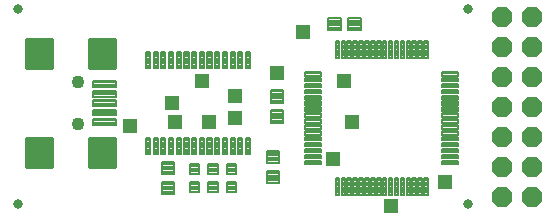
<source format=gts>
G75*
G70*
%OFA0B0*%
%FSLAX24Y24*%
%IPPOS*%
%LPD*%
%AMOC8*
5,1,8,0,0,1.08239X$1,22.5*
%
%ADD10C,0.0316*%
%ADD11C,0.0081*%
%ADD12C,0.0083*%
%ADD13C,0.0080*%
%ADD14OC8,0.0680*%
%ADD15C,0.0081*%
%ADD16C,0.0085*%
%ADD17C,0.0434*%
%ADD18R,0.0476X0.0476*%
D10*
X000631Y000681D03*
X015631Y000681D03*
X015631Y007181D03*
X000631Y007181D03*
D11*
X009453Y004482D02*
X009453Y004050D01*
X009059Y004050D01*
X009059Y004482D01*
X009453Y004482D01*
X009453Y004130D02*
X009059Y004130D01*
X009059Y004210D02*
X009453Y004210D01*
X009453Y004290D02*
X009059Y004290D01*
X009059Y004370D02*
X009453Y004370D01*
X009453Y004450D02*
X009059Y004450D01*
X009453Y003813D02*
X009453Y003381D01*
X009059Y003381D01*
X009059Y003813D01*
X009453Y003813D01*
X009453Y003461D02*
X009059Y003461D01*
X009059Y003541D02*
X009453Y003541D01*
X009453Y003621D02*
X009059Y003621D01*
X009059Y003701D02*
X009453Y003701D01*
X009453Y003781D02*
X009059Y003781D01*
X009347Y002463D02*
X009347Y002069D01*
X008915Y002069D01*
X008915Y002463D01*
X009347Y002463D01*
X009347Y002149D02*
X008915Y002149D01*
X008915Y002229D02*
X009347Y002229D01*
X009347Y002309D02*
X008915Y002309D01*
X008915Y002389D02*
X009347Y002389D01*
X009347Y001794D02*
X009347Y001400D01*
X008915Y001400D01*
X008915Y001794D01*
X009347Y001794D01*
X009347Y001480D02*
X008915Y001480D01*
X008915Y001560D02*
X009347Y001560D01*
X009347Y001640D02*
X008915Y001640D01*
X008915Y001720D02*
X009347Y001720D01*
X005847Y001694D02*
X005847Y002088D01*
X005847Y001694D02*
X005415Y001694D01*
X005415Y002088D01*
X005847Y002088D01*
X005847Y001774D02*
X005415Y001774D01*
X005415Y001854D02*
X005847Y001854D01*
X005847Y001934D02*
X005415Y001934D01*
X005415Y002014D02*
X005847Y002014D01*
X005847Y001419D02*
X005847Y001025D01*
X005415Y001025D01*
X005415Y001419D01*
X005847Y001419D01*
X005847Y001105D02*
X005415Y001105D01*
X005415Y001185D02*
X005847Y001185D01*
X005847Y001265D02*
X005415Y001265D01*
X005415Y001345D02*
X005847Y001345D01*
X010955Y006878D02*
X011387Y006878D01*
X011387Y006484D01*
X010955Y006484D01*
X010955Y006878D01*
X010955Y006564D02*
X011387Y006564D01*
X011387Y006644D02*
X010955Y006644D01*
X010955Y006724D02*
X011387Y006724D01*
X011387Y006804D02*
X010955Y006804D01*
X011625Y006878D02*
X012057Y006878D01*
X012057Y006484D01*
X011625Y006484D01*
X011625Y006878D01*
X011625Y006564D02*
X012057Y006564D01*
X012057Y006644D02*
X011625Y006644D01*
X011625Y006724D02*
X012057Y006724D01*
X012057Y006804D02*
X011625Y006804D01*
D12*
X007912Y001696D02*
X007600Y001696D01*
X007600Y002008D01*
X007912Y002008D01*
X007912Y001696D01*
X007912Y001778D02*
X007600Y001778D01*
X007600Y001860D02*
X007912Y001860D01*
X007912Y001942D02*
X007600Y001942D01*
X007287Y001696D02*
X006975Y001696D01*
X006975Y002008D01*
X007287Y002008D01*
X007287Y001696D01*
X007287Y001778D02*
X006975Y001778D01*
X006975Y001860D02*
X007287Y001860D01*
X007287Y001942D02*
X006975Y001942D01*
X006662Y001696D02*
X006350Y001696D01*
X006350Y002008D01*
X006662Y002008D01*
X006662Y001696D01*
X006662Y001778D02*
X006350Y001778D01*
X006350Y001860D02*
X006662Y001860D01*
X006662Y001942D02*
X006350Y001942D01*
X006350Y001105D02*
X006662Y001105D01*
X006350Y001105D02*
X006350Y001417D01*
X006662Y001417D01*
X006662Y001105D01*
X006662Y001187D02*
X006350Y001187D01*
X006350Y001269D02*
X006662Y001269D01*
X006662Y001351D02*
X006350Y001351D01*
X006975Y001105D02*
X007287Y001105D01*
X006975Y001105D02*
X006975Y001417D01*
X007287Y001417D01*
X007287Y001105D01*
X007287Y001187D02*
X006975Y001187D01*
X006975Y001269D02*
X007287Y001269D01*
X007287Y001351D02*
X006975Y001351D01*
X007600Y001105D02*
X007912Y001105D01*
X007600Y001105D02*
X007600Y001417D01*
X007912Y001417D01*
X007912Y001105D01*
X007912Y001187D02*
X007600Y001187D01*
X007600Y001269D02*
X007912Y001269D01*
X007912Y001351D02*
X007600Y001351D01*
D13*
X007595Y002892D02*
X007459Y002892D01*
X007595Y002892D02*
X007595Y002342D01*
X007459Y002342D01*
X007459Y002892D01*
X007459Y002421D02*
X007595Y002421D01*
X007595Y002500D02*
X007459Y002500D01*
X007459Y002579D02*
X007595Y002579D01*
X007595Y002658D02*
X007459Y002658D01*
X007459Y002737D02*
X007595Y002737D01*
X007595Y002816D02*
X007459Y002816D01*
X007339Y002892D02*
X007203Y002892D01*
X007339Y002892D02*
X007339Y002342D01*
X007203Y002342D01*
X007203Y002892D01*
X007203Y002421D02*
X007339Y002421D01*
X007339Y002500D02*
X007203Y002500D01*
X007203Y002579D02*
X007339Y002579D01*
X007339Y002658D02*
X007203Y002658D01*
X007203Y002737D02*
X007339Y002737D01*
X007339Y002816D02*
X007203Y002816D01*
X007083Y002892D02*
X006947Y002892D01*
X007083Y002892D02*
X007083Y002342D01*
X006947Y002342D01*
X006947Y002892D01*
X006947Y002421D02*
X007083Y002421D01*
X007083Y002500D02*
X006947Y002500D01*
X006947Y002579D02*
X007083Y002579D01*
X007083Y002658D02*
X006947Y002658D01*
X006947Y002737D02*
X007083Y002737D01*
X007083Y002816D02*
X006947Y002816D01*
X006827Y002892D02*
X006691Y002892D01*
X006827Y002892D02*
X006827Y002342D01*
X006691Y002342D01*
X006691Y002892D01*
X006691Y002421D02*
X006827Y002421D01*
X006827Y002500D02*
X006691Y002500D01*
X006691Y002579D02*
X006827Y002579D01*
X006827Y002658D02*
X006691Y002658D01*
X006691Y002737D02*
X006827Y002737D01*
X006827Y002816D02*
X006691Y002816D01*
X006571Y002892D02*
X006435Y002892D01*
X006571Y002892D02*
X006571Y002342D01*
X006435Y002342D01*
X006435Y002892D01*
X006435Y002421D02*
X006571Y002421D01*
X006571Y002500D02*
X006435Y002500D01*
X006435Y002579D02*
X006571Y002579D01*
X006571Y002658D02*
X006435Y002658D01*
X006435Y002737D02*
X006571Y002737D01*
X006571Y002816D02*
X006435Y002816D01*
X006315Y002892D02*
X006179Y002892D01*
X006315Y002892D02*
X006315Y002342D01*
X006179Y002342D01*
X006179Y002892D01*
X006179Y002421D02*
X006315Y002421D01*
X006315Y002500D02*
X006179Y002500D01*
X006179Y002579D02*
X006315Y002579D01*
X006315Y002658D02*
X006179Y002658D01*
X006179Y002737D02*
X006315Y002737D01*
X006315Y002816D02*
X006179Y002816D01*
X006059Y002892D02*
X005923Y002892D01*
X006059Y002892D02*
X006059Y002342D01*
X005923Y002342D01*
X005923Y002892D01*
X005923Y002421D02*
X006059Y002421D01*
X006059Y002500D02*
X005923Y002500D01*
X005923Y002579D02*
X006059Y002579D01*
X006059Y002658D02*
X005923Y002658D01*
X005923Y002737D02*
X006059Y002737D01*
X006059Y002816D02*
X005923Y002816D01*
X005803Y002892D02*
X005667Y002892D01*
X005803Y002892D02*
X005803Y002342D01*
X005667Y002342D01*
X005667Y002892D01*
X005667Y002421D02*
X005803Y002421D01*
X005803Y002500D02*
X005667Y002500D01*
X005667Y002579D02*
X005803Y002579D01*
X005803Y002658D02*
X005667Y002658D01*
X005667Y002737D02*
X005803Y002737D01*
X005803Y002816D02*
X005667Y002816D01*
X005547Y002892D02*
X005411Y002892D01*
X005547Y002892D02*
X005547Y002342D01*
X005411Y002342D01*
X005411Y002892D01*
X005411Y002421D02*
X005547Y002421D01*
X005547Y002500D02*
X005411Y002500D01*
X005411Y002579D02*
X005547Y002579D01*
X005547Y002658D02*
X005411Y002658D01*
X005411Y002737D02*
X005547Y002737D01*
X005547Y002816D02*
X005411Y002816D01*
X005292Y002892D02*
X005156Y002892D01*
X005292Y002892D02*
X005292Y002342D01*
X005156Y002342D01*
X005156Y002892D01*
X005156Y002421D02*
X005292Y002421D01*
X005292Y002500D02*
X005156Y002500D01*
X005156Y002579D02*
X005292Y002579D01*
X005292Y002658D02*
X005156Y002658D01*
X005156Y002737D02*
X005292Y002737D01*
X005292Y002816D02*
X005156Y002816D01*
X005036Y002892D02*
X004900Y002892D01*
X005036Y002892D02*
X005036Y002342D01*
X004900Y002342D01*
X004900Y002892D01*
X004900Y002421D02*
X005036Y002421D01*
X005036Y002500D02*
X004900Y002500D01*
X004900Y002579D02*
X005036Y002579D01*
X005036Y002658D02*
X004900Y002658D01*
X004900Y002737D02*
X005036Y002737D01*
X005036Y002816D02*
X004900Y002816D01*
X003910Y003328D02*
X003124Y003328D01*
X003124Y003524D01*
X003910Y003524D01*
X003910Y003328D01*
X003910Y003407D02*
X003124Y003407D01*
X003124Y003486D02*
X003910Y003486D01*
X003910Y003643D02*
X003124Y003643D01*
X003124Y003839D01*
X003910Y003839D01*
X003910Y003643D01*
X003910Y003722D02*
X003124Y003722D01*
X003124Y003801D02*
X003910Y003801D01*
X003910Y003958D02*
X003124Y003958D01*
X003124Y004154D01*
X003910Y004154D01*
X003910Y003958D01*
X003910Y004037D02*
X003124Y004037D01*
X003124Y004116D02*
X003910Y004116D01*
X003910Y004273D02*
X003124Y004273D01*
X003124Y004469D01*
X003910Y004469D01*
X003910Y004273D01*
X003910Y004352D02*
X003124Y004352D01*
X003124Y004431D02*
X003910Y004431D01*
X003910Y004588D02*
X003124Y004588D01*
X003124Y004784D01*
X003910Y004784D01*
X003910Y004588D01*
X003910Y004667D02*
X003124Y004667D01*
X003124Y004746D02*
X003910Y004746D01*
X004900Y005771D02*
X005036Y005771D01*
X005036Y005221D01*
X004900Y005221D01*
X004900Y005771D01*
X004900Y005300D02*
X005036Y005300D01*
X005036Y005379D02*
X004900Y005379D01*
X004900Y005458D02*
X005036Y005458D01*
X005036Y005537D02*
X004900Y005537D01*
X004900Y005616D02*
X005036Y005616D01*
X005036Y005695D02*
X004900Y005695D01*
X005156Y005771D02*
X005292Y005771D01*
X005292Y005221D01*
X005156Y005221D01*
X005156Y005771D01*
X005156Y005300D02*
X005292Y005300D01*
X005292Y005379D02*
X005156Y005379D01*
X005156Y005458D02*
X005292Y005458D01*
X005292Y005537D02*
X005156Y005537D01*
X005156Y005616D02*
X005292Y005616D01*
X005292Y005695D02*
X005156Y005695D01*
X005411Y005771D02*
X005547Y005771D01*
X005547Y005221D01*
X005411Y005221D01*
X005411Y005771D01*
X005411Y005300D02*
X005547Y005300D01*
X005547Y005379D02*
X005411Y005379D01*
X005411Y005458D02*
X005547Y005458D01*
X005547Y005537D02*
X005411Y005537D01*
X005411Y005616D02*
X005547Y005616D01*
X005547Y005695D02*
X005411Y005695D01*
X005667Y005771D02*
X005803Y005771D01*
X005803Y005221D01*
X005667Y005221D01*
X005667Y005771D01*
X005667Y005300D02*
X005803Y005300D01*
X005803Y005379D02*
X005667Y005379D01*
X005667Y005458D02*
X005803Y005458D01*
X005803Y005537D02*
X005667Y005537D01*
X005667Y005616D02*
X005803Y005616D01*
X005803Y005695D02*
X005667Y005695D01*
X005923Y005771D02*
X006059Y005771D01*
X006059Y005221D01*
X005923Y005221D01*
X005923Y005771D01*
X005923Y005300D02*
X006059Y005300D01*
X006059Y005379D02*
X005923Y005379D01*
X005923Y005458D02*
X006059Y005458D01*
X006059Y005537D02*
X005923Y005537D01*
X005923Y005616D02*
X006059Y005616D01*
X006059Y005695D02*
X005923Y005695D01*
X006179Y005771D02*
X006315Y005771D01*
X006315Y005221D01*
X006179Y005221D01*
X006179Y005771D01*
X006179Y005300D02*
X006315Y005300D01*
X006315Y005379D02*
X006179Y005379D01*
X006179Y005458D02*
X006315Y005458D01*
X006315Y005537D02*
X006179Y005537D01*
X006179Y005616D02*
X006315Y005616D01*
X006315Y005695D02*
X006179Y005695D01*
X006435Y005771D02*
X006571Y005771D01*
X006571Y005221D01*
X006435Y005221D01*
X006435Y005771D01*
X006435Y005300D02*
X006571Y005300D01*
X006571Y005379D02*
X006435Y005379D01*
X006435Y005458D02*
X006571Y005458D01*
X006571Y005537D02*
X006435Y005537D01*
X006435Y005616D02*
X006571Y005616D01*
X006571Y005695D02*
X006435Y005695D01*
X006691Y005771D02*
X006827Y005771D01*
X006827Y005221D01*
X006691Y005221D01*
X006691Y005771D01*
X006691Y005300D02*
X006827Y005300D01*
X006827Y005379D02*
X006691Y005379D01*
X006691Y005458D02*
X006827Y005458D01*
X006827Y005537D02*
X006691Y005537D01*
X006691Y005616D02*
X006827Y005616D01*
X006827Y005695D02*
X006691Y005695D01*
X006947Y005771D02*
X007083Y005771D01*
X007083Y005221D01*
X006947Y005221D01*
X006947Y005771D01*
X006947Y005300D02*
X007083Y005300D01*
X007083Y005379D02*
X006947Y005379D01*
X006947Y005458D02*
X007083Y005458D01*
X007083Y005537D02*
X006947Y005537D01*
X006947Y005616D02*
X007083Y005616D01*
X007083Y005695D02*
X006947Y005695D01*
X007203Y005771D02*
X007339Y005771D01*
X007339Y005221D01*
X007203Y005221D01*
X007203Y005771D01*
X007203Y005300D02*
X007339Y005300D01*
X007339Y005379D02*
X007203Y005379D01*
X007203Y005458D02*
X007339Y005458D01*
X007339Y005537D02*
X007203Y005537D01*
X007203Y005616D02*
X007339Y005616D01*
X007339Y005695D02*
X007203Y005695D01*
X007459Y005771D02*
X007595Y005771D01*
X007595Y005221D01*
X007459Y005221D01*
X007459Y005771D01*
X007459Y005300D02*
X007595Y005300D01*
X007595Y005379D02*
X007459Y005379D01*
X007459Y005458D02*
X007595Y005458D01*
X007595Y005537D02*
X007459Y005537D01*
X007459Y005616D02*
X007595Y005616D01*
X007595Y005695D02*
X007459Y005695D01*
X007715Y005771D02*
X007851Y005771D01*
X007851Y005221D01*
X007715Y005221D01*
X007715Y005771D01*
X007715Y005300D02*
X007851Y005300D01*
X007851Y005379D02*
X007715Y005379D01*
X007715Y005458D02*
X007851Y005458D01*
X007851Y005537D02*
X007715Y005537D01*
X007715Y005616D02*
X007851Y005616D01*
X007851Y005695D02*
X007715Y005695D01*
X007971Y005771D02*
X008107Y005771D01*
X008107Y005221D01*
X007971Y005221D01*
X007971Y005771D01*
X007971Y005300D02*
X008107Y005300D01*
X008107Y005379D02*
X007971Y005379D01*
X007971Y005458D02*
X008107Y005458D01*
X008107Y005537D02*
X007971Y005537D01*
X007971Y005616D02*
X008107Y005616D01*
X008107Y005695D02*
X007971Y005695D01*
X008226Y005771D02*
X008362Y005771D01*
X008362Y005221D01*
X008226Y005221D01*
X008226Y005771D01*
X008226Y005300D02*
X008362Y005300D01*
X008362Y005379D02*
X008226Y005379D01*
X008226Y005458D02*
X008362Y005458D01*
X008362Y005537D02*
X008226Y005537D01*
X008226Y005616D02*
X008362Y005616D01*
X008362Y005695D02*
X008226Y005695D01*
X008226Y002892D02*
X008362Y002892D01*
X008362Y002342D01*
X008226Y002342D01*
X008226Y002892D01*
X008226Y002421D02*
X008362Y002421D01*
X008362Y002500D02*
X008226Y002500D01*
X008226Y002579D02*
X008362Y002579D01*
X008362Y002658D02*
X008226Y002658D01*
X008226Y002737D02*
X008362Y002737D01*
X008362Y002816D02*
X008226Y002816D01*
X008107Y002892D02*
X007971Y002892D01*
X008107Y002892D02*
X008107Y002342D01*
X007971Y002342D01*
X007971Y002892D01*
X007971Y002421D02*
X008107Y002421D01*
X008107Y002500D02*
X007971Y002500D01*
X007971Y002579D02*
X008107Y002579D01*
X008107Y002658D02*
X007971Y002658D01*
X007971Y002737D02*
X008107Y002737D01*
X008107Y002816D02*
X007971Y002816D01*
X007851Y002892D02*
X007715Y002892D01*
X007851Y002892D02*
X007851Y002342D01*
X007715Y002342D01*
X007715Y002892D01*
X007715Y002421D02*
X007851Y002421D01*
X007851Y002500D02*
X007715Y002500D01*
X007715Y002579D02*
X007851Y002579D01*
X007851Y002658D02*
X007715Y002658D01*
X007715Y002737D02*
X007851Y002737D01*
X007851Y002816D02*
X007715Y002816D01*
D14*
X016756Y002931D03*
X017756Y002931D03*
X017756Y001931D03*
X016756Y001931D03*
X016756Y000931D03*
X017756Y000931D03*
X017756Y003931D03*
X016756Y003931D03*
X016756Y004931D03*
X017756Y004931D03*
X017756Y005931D03*
X016756Y005931D03*
X016756Y006931D03*
X017756Y006931D03*
D15*
X014291Y005565D02*
X014173Y005565D01*
X014173Y006115D01*
X014291Y006115D01*
X014291Y005565D01*
X014291Y005645D02*
X014173Y005645D01*
X014173Y005725D02*
X014291Y005725D01*
X014291Y005805D02*
X014173Y005805D01*
X014173Y005885D02*
X014291Y005885D01*
X014291Y005965D02*
X014173Y005965D01*
X014173Y006045D02*
X014291Y006045D01*
X014095Y005565D02*
X013977Y005565D01*
X013977Y006115D01*
X014095Y006115D01*
X014095Y005565D01*
X014095Y005645D02*
X013977Y005645D01*
X013977Y005725D02*
X014095Y005725D01*
X014095Y005805D02*
X013977Y005805D01*
X013977Y005885D02*
X014095Y005885D01*
X014095Y005965D02*
X013977Y005965D01*
X013977Y006045D02*
X014095Y006045D01*
X013898Y005565D02*
X013780Y005565D01*
X013780Y006115D01*
X013898Y006115D01*
X013898Y005565D01*
X013898Y005645D02*
X013780Y005645D01*
X013780Y005725D02*
X013898Y005725D01*
X013898Y005805D02*
X013780Y005805D01*
X013780Y005885D02*
X013898Y005885D01*
X013898Y005965D02*
X013780Y005965D01*
X013780Y006045D02*
X013898Y006045D01*
X013701Y005565D02*
X013583Y005565D01*
X013583Y006115D01*
X013701Y006115D01*
X013701Y005565D01*
X013701Y005645D02*
X013583Y005645D01*
X013583Y005725D02*
X013701Y005725D01*
X013701Y005805D02*
X013583Y005805D01*
X013583Y005885D02*
X013701Y005885D01*
X013701Y005965D02*
X013583Y005965D01*
X013583Y006045D02*
X013701Y006045D01*
X013504Y005565D02*
X013386Y005565D01*
X013386Y006115D01*
X013504Y006115D01*
X013504Y005565D01*
X013504Y005645D02*
X013386Y005645D01*
X013386Y005725D02*
X013504Y005725D01*
X013504Y005805D02*
X013386Y005805D01*
X013386Y005885D02*
X013504Y005885D01*
X013504Y005965D02*
X013386Y005965D01*
X013386Y006045D02*
X013504Y006045D01*
X013307Y005565D02*
X013189Y005565D01*
X013189Y006115D01*
X013307Y006115D01*
X013307Y005565D01*
X013307Y005645D02*
X013189Y005645D01*
X013189Y005725D02*
X013307Y005725D01*
X013307Y005805D02*
X013189Y005805D01*
X013189Y005885D02*
X013307Y005885D01*
X013307Y005965D02*
X013189Y005965D01*
X013189Y006045D02*
X013307Y006045D01*
X013110Y005565D02*
X012992Y005565D01*
X012992Y006115D01*
X013110Y006115D01*
X013110Y005565D01*
X013110Y005645D02*
X012992Y005645D01*
X012992Y005725D02*
X013110Y005725D01*
X013110Y005805D02*
X012992Y005805D01*
X012992Y005885D02*
X013110Y005885D01*
X013110Y005965D02*
X012992Y005965D01*
X012992Y006045D02*
X013110Y006045D01*
X012913Y005565D02*
X012795Y005565D01*
X012795Y006115D01*
X012913Y006115D01*
X012913Y005565D01*
X012913Y005645D02*
X012795Y005645D01*
X012795Y005725D02*
X012913Y005725D01*
X012913Y005805D02*
X012795Y005805D01*
X012795Y005885D02*
X012913Y005885D01*
X012913Y005965D02*
X012795Y005965D01*
X012795Y006045D02*
X012913Y006045D01*
X012717Y005565D02*
X012599Y005565D01*
X012599Y006115D01*
X012717Y006115D01*
X012717Y005565D01*
X012717Y005645D02*
X012599Y005645D01*
X012599Y005725D02*
X012717Y005725D01*
X012717Y005805D02*
X012599Y005805D01*
X012599Y005885D02*
X012717Y005885D01*
X012717Y005965D02*
X012599Y005965D01*
X012599Y006045D02*
X012717Y006045D01*
X012520Y005565D02*
X012402Y005565D01*
X012402Y006115D01*
X012520Y006115D01*
X012520Y005565D01*
X012520Y005645D02*
X012402Y005645D01*
X012402Y005725D02*
X012520Y005725D01*
X012520Y005805D02*
X012402Y005805D01*
X012402Y005885D02*
X012520Y005885D01*
X012520Y005965D02*
X012402Y005965D01*
X012402Y006045D02*
X012520Y006045D01*
X012323Y005565D02*
X012205Y005565D01*
X012205Y006115D01*
X012323Y006115D01*
X012323Y005565D01*
X012323Y005645D02*
X012205Y005645D01*
X012205Y005725D02*
X012323Y005725D01*
X012323Y005805D02*
X012205Y005805D01*
X012205Y005885D02*
X012323Y005885D01*
X012323Y005965D02*
X012205Y005965D01*
X012205Y006045D02*
X012323Y006045D01*
X012126Y005565D02*
X012008Y005565D01*
X012008Y006115D01*
X012126Y006115D01*
X012126Y005565D01*
X012126Y005645D02*
X012008Y005645D01*
X012008Y005725D02*
X012126Y005725D01*
X012126Y005805D02*
X012008Y005805D01*
X012008Y005885D02*
X012126Y005885D01*
X012126Y005965D02*
X012008Y005965D01*
X012008Y006045D02*
X012126Y006045D01*
X011929Y005565D02*
X011811Y005565D01*
X011811Y006115D01*
X011929Y006115D01*
X011929Y005565D01*
X011929Y005645D02*
X011811Y005645D01*
X011811Y005725D02*
X011929Y005725D01*
X011929Y005805D02*
X011811Y005805D01*
X011811Y005885D02*
X011929Y005885D01*
X011929Y005965D02*
X011811Y005965D01*
X011811Y006045D02*
X011929Y006045D01*
X011732Y005565D02*
X011614Y005565D01*
X011614Y006115D01*
X011732Y006115D01*
X011732Y005565D01*
X011732Y005645D02*
X011614Y005645D01*
X011614Y005725D02*
X011732Y005725D01*
X011732Y005805D02*
X011614Y005805D01*
X011614Y005885D02*
X011732Y005885D01*
X011732Y005965D02*
X011614Y005965D01*
X011614Y006045D02*
X011732Y006045D01*
X011535Y005565D02*
X011417Y005565D01*
X011417Y006115D01*
X011535Y006115D01*
X011535Y005565D01*
X011535Y005645D02*
X011417Y005645D01*
X011417Y005725D02*
X011535Y005725D01*
X011535Y005805D02*
X011417Y005805D01*
X011417Y005885D02*
X011535Y005885D01*
X011535Y005965D02*
X011417Y005965D01*
X011417Y006045D02*
X011535Y006045D01*
X011339Y005565D02*
X011221Y005565D01*
X011221Y006115D01*
X011339Y006115D01*
X011339Y005565D01*
X011339Y005645D02*
X011221Y005645D01*
X011221Y005725D02*
X011339Y005725D01*
X011339Y005805D02*
X011221Y005805D01*
X011221Y005885D02*
X011339Y005885D01*
X011339Y005965D02*
X011221Y005965D01*
X011221Y006045D02*
X011339Y006045D01*
X010748Y005092D02*
X010748Y004974D01*
X010198Y004974D01*
X010198Y005092D01*
X010748Y005092D01*
X010748Y005054D02*
X010198Y005054D01*
X010748Y004895D02*
X010748Y004777D01*
X010198Y004777D01*
X010198Y004895D01*
X010748Y004895D01*
X010748Y004857D02*
X010198Y004857D01*
X010748Y004698D02*
X010748Y004580D01*
X010198Y004580D01*
X010198Y004698D01*
X010748Y004698D01*
X010748Y004660D02*
X010198Y004660D01*
X010748Y004501D02*
X010748Y004383D01*
X010198Y004383D01*
X010198Y004501D01*
X010748Y004501D01*
X010748Y004463D02*
X010198Y004463D01*
X010748Y004304D02*
X010748Y004186D01*
X010198Y004186D01*
X010198Y004304D01*
X010748Y004304D01*
X010748Y004266D02*
X010198Y004266D01*
X010748Y004108D02*
X010748Y003990D01*
X010198Y003990D01*
X010198Y004108D01*
X010748Y004108D01*
X010748Y004070D02*
X010198Y004070D01*
X010748Y003911D02*
X010748Y003793D01*
X010198Y003793D01*
X010198Y003911D01*
X010748Y003911D01*
X010748Y003873D02*
X010198Y003873D01*
X010748Y003714D02*
X010748Y003596D01*
X010198Y003596D01*
X010198Y003714D01*
X010748Y003714D01*
X010748Y003676D02*
X010198Y003676D01*
X010748Y003517D02*
X010748Y003399D01*
X010198Y003399D01*
X010198Y003517D01*
X010748Y003517D01*
X010748Y003479D02*
X010198Y003479D01*
X010748Y003320D02*
X010748Y003202D01*
X010198Y003202D01*
X010198Y003320D01*
X010748Y003320D01*
X010748Y003282D02*
X010198Y003282D01*
X010748Y003123D02*
X010748Y003005D01*
X010198Y003005D01*
X010198Y003123D01*
X010748Y003123D01*
X010748Y003085D02*
X010198Y003085D01*
X010748Y002926D02*
X010748Y002808D01*
X010198Y002808D01*
X010198Y002926D01*
X010748Y002926D01*
X010748Y002888D02*
X010198Y002888D01*
X010748Y002730D02*
X010748Y002612D01*
X010198Y002612D01*
X010198Y002730D01*
X010748Y002730D01*
X010748Y002692D02*
X010198Y002692D01*
X010748Y002533D02*
X010748Y002415D01*
X010198Y002415D01*
X010198Y002533D01*
X010748Y002533D01*
X010748Y002495D02*
X010198Y002495D01*
X010748Y002336D02*
X010748Y002218D01*
X010198Y002218D01*
X010198Y002336D01*
X010748Y002336D01*
X010748Y002298D02*
X010198Y002298D01*
X010748Y002139D02*
X010748Y002021D01*
X010198Y002021D01*
X010198Y002139D01*
X010748Y002139D01*
X010748Y002101D02*
X010198Y002101D01*
X011221Y000998D02*
X011339Y000998D01*
X011221Y000998D02*
X011221Y001548D01*
X011339Y001548D01*
X011339Y000998D01*
X011339Y001078D02*
X011221Y001078D01*
X011221Y001158D02*
X011339Y001158D01*
X011339Y001238D02*
X011221Y001238D01*
X011221Y001318D02*
X011339Y001318D01*
X011339Y001398D02*
X011221Y001398D01*
X011221Y001478D02*
X011339Y001478D01*
X011417Y000998D02*
X011535Y000998D01*
X011417Y000998D02*
X011417Y001548D01*
X011535Y001548D01*
X011535Y000998D01*
X011535Y001078D02*
X011417Y001078D01*
X011417Y001158D02*
X011535Y001158D01*
X011535Y001238D02*
X011417Y001238D01*
X011417Y001318D02*
X011535Y001318D01*
X011535Y001398D02*
X011417Y001398D01*
X011417Y001478D02*
X011535Y001478D01*
X011614Y000998D02*
X011732Y000998D01*
X011614Y000998D02*
X011614Y001548D01*
X011732Y001548D01*
X011732Y000998D01*
X011732Y001078D02*
X011614Y001078D01*
X011614Y001158D02*
X011732Y001158D01*
X011732Y001238D02*
X011614Y001238D01*
X011614Y001318D02*
X011732Y001318D01*
X011732Y001398D02*
X011614Y001398D01*
X011614Y001478D02*
X011732Y001478D01*
X011811Y000998D02*
X011929Y000998D01*
X011811Y000998D02*
X011811Y001548D01*
X011929Y001548D01*
X011929Y000998D01*
X011929Y001078D02*
X011811Y001078D01*
X011811Y001158D02*
X011929Y001158D01*
X011929Y001238D02*
X011811Y001238D01*
X011811Y001318D02*
X011929Y001318D01*
X011929Y001398D02*
X011811Y001398D01*
X011811Y001478D02*
X011929Y001478D01*
X012008Y000998D02*
X012126Y000998D01*
X012008Y000998D02*
X012008Y001548D01*
X012126Y001548D01*
X012126Y000998D01*
X012126Y001078D02*
X012008Y001078D01*
X012008Y001158D02*
X012126Y001158D01*
X012126Y001238D02*
X012008Y001238D01*
X012008Y001318D02*
X012126Y001318D01*
X012126Y001398D02*
X012008Y001398D01*
X012008Y001478D02*
X012126Y001478D01*
X012205Y000998D02*
X012323Y000998D01*
X012205Y000998D02*
X012205Y001548D01*
X012323Y001548D01*
X012323Y000998D01*
X012323Y001078D02*
X012205Y001078D01*
X012205Y001158D02*
X012323Y001158D01*
X012323Y001238D02*
X012205Y001238D01*
X012205Y001318D02*
X012323Y001318D01*
X012323Y001398D02*
X012205Y001398D01*
X012205Y001478D02*
X012323Y001478D01*
X012402Y000998D02*
X012520Y000998D01*
X012402Y000998D02*
X012402Y001548D01*
X012520Y001548D01*
X012520Y000998D01*
X012520Y001078D02*
X012402Y001078D01*
X012402Y001158D02*
X012520Y001158D01*
X012520Y001238D02*
X012402Y001238D01*
X012402Y001318D02*
X012520Y001318D01*
X012520Y001398D02*
X012402Y001398D01*
X012402Y001478D02*
X012520Y001478D01*
X012599Y000998D02*
X012717Y000998D01*
X012599Y000998D02*
X012599Y001548D01*
X012717Y001548D01*
X012717Y000998D01*
X012717Y001078D02*
X012599Y001078D01*
X012599Y001158D02*
X012717Y001158D01*
X012717Y001238D02*
X012599Y001238D01*
X012599Y001318D02*
X012717Y001318D01*
X012717Y001398D02*
X012599Y001398D01*
X012599Y001478D02*
X012717Y001478D01*
X012795Y000998D02*
X012913Y000998D01*
X012795Y000998D02*
X012795Y001548D01*
X012913Y001548D01*
X012913Y000998D01*
X012913Y001078D02*
X012795Y001078D01*
X012795Y001158D02*
X012913Y001158D01*
X012913Y001238D02*
X012795Y001238D01*
X012795Y001318D02*
X012913Y001318D01*
X012913Y001398D02*
X012795Y001398D01*
X012795Y001478D02*
X012913Y001478D01*
X012992Y000998D02*
X013110Y000998D01*
X012992Y000998D02*
X012992Y001548D01*
X013110Y001548D01*
X013110Y000998D01*
X013110Y001078D02*
X012992Y001078D01*
X012992Y001158D02*
X013110Y001158D01*
X013110Y001238D02*
X012992Y001238D01*
X012992Y001318D02*
X013110Y001318D01*
X013110Y001398D02*
X012992Y001398D01*
X012992Y001478D02*
X013110Y001478D01*
X013189Y000998D02*
X013307Y000998D01*
X013189Y000998D02*
X013189Y001548D01*
X013307Y001548D01*
X013307Y000998D01*
X013307Y001078D02*
X013189Y001078D01*
X013189Y001158D02*
X013307Y001158D01*
X013307Y001238D02*
X013189Y001238D01*
X013189Y001318D02*
X013307Y001318D01*
X013307Y001398D02*
X013189Y001398D01*
X013189Y001478D02*
X013307Y001478D01*
X013386Y000998D02*
X013504Y000998D01*
X013386Y000998D02*
X013386Y001548D01*
X013504Y001548D01*
X013504Y000998D01*
X013504Y001078D02*
X013386Y001078D01*
X013386Y001158D02*
X013504Y001158D01*
X013504Y001238D02*
X013386Y001238D01*
X013386Y001318D02*
X013504Y001318D01*
X013504Y001398D02*
X013386Y001398D01*
X013386Y001478D02*
X013504Y001478D01*
X013583Y000998D02*
X013701Y000998D01*
X013583Y000998D02*
X013583Y001548D01*
X013701Y001548D01*
X013701Y000998D01*
X013701Y001078D02*
X013583Y001078D01*
X013583Y001158D02*
X013701Y001158D01*
X013701Y001238D02*
X013583Y001238D01*
X013583Y001318D02*
X013701Y001318D01*
X013701Y001398D02*
X013583Y001398D01*
X013583Y001478D02*
X013701Y001478D01*
X013780Y000998D02*
X013898Y000998D01*
X013780Y000998D02*
X013780Y001548D01*
X013898Y001548D01*
X013898Y000998D01*
X013898Y001078D02*
X013780Y001078D01*
X013780Y001158D02*
X013898Y001158D01*
X013898Y001238D02*
X013780Y001238D01*
X013780Y001318D02*
X013898Y001318D01*
X013898Y001398D02*
X013780Y001398D01*
X013780Y001478D02*
X013898Y001478D01*
X013977Y000998D02*
X014095Y000998D01*
X013977Y000998D02*
X013977Y001548D01*
X014095Y001548D01*
X014095Y000998D01*
X014095Y001078D02*
X013977Y001078D01*
X013977Y001158D02*
X014095Y001158D01*
X014095Y001238D02*
X013977Y001238D01*
X013977Y001318D02*
X014095Y001318D01*
X014095Y001398D02*
X013977Y001398D01*
X013977Y001478D02*
X014095Y001478D01*
X014173Y000998D02*
X014291Y000998D01*
X014173Y000998D02*
X014173Y001548D01*
X014291Y001548D01*
X014291Y000998D01*
X014291Y001078D02*
X014173Y001078D01*
X014173Y001158D02*
X014291Y001158D01*
X014291Y001238D02*
X014173Y001238D01*
X014173Y001318D02*
X014291Y001318D01*
X014291Y001398D02*
X014173Y001398D01*
X014173Y001478D02*
X014291Y001478D01*
X015314Y002021D02*
X015314Y002139D01*
X015314Y002021D02*
X014764Y002021D01*
X014764Y002139D01*
X015314Y002139D01*
X015314Y002101D02*
X014764Y002101D01*
X015314Y002218D02*
X015314Y002336D01*
X015314Y002218D02*
X014764Y002218D01*
X014764Y002336D01*
X015314Y002336D01*
X015314Y002298D02*
X014764Y002298D01*
X015314Y002415D02*
X015314Y002533D01*
X015314Y002415D02*
X014764Y002415D01*
X014764Y002533D01*
X015314Y002533D01*
X015314Y002495D02*
X014764Y002495D01*
X015314Y002612D02*
X015314Y002730D01*
X015314Y002612D02*
X014764Y002612D01*
X014764Y002730D01*
X015314Y002730D01*
X015314Y002692D02*
X014764Y002692D01*
X015314Y002808D02*
X015314Y002926D01*
X015314Y002808D02*
X014764Y002808D01*
X014764Y002926D01*
X015314Y002926D01*
X015314Y002888D02*
X014764Y002888D01*
X015314Y003005D02*
X015314Y003123D01*
X015314Y003005D02*
X014764Y003005D01*
X014764Y003123D01*
X015314Y003123D01*
X015314Y003085D02*
X014764Y003085D01*
X015314Y003202D02*
X015314Y003320D01*
X015314Y003202D02*
X014764Y003202D01*
X014764Y003320D01*
X015314Y003320D01*
X015314Y003282D02*
X014764Y003282D01*
X015314Y003399D02*
X015314Y003517D01*
X015314Y003399D02*
X014764Y003399D01*
X014764Y003517D01*
X015314Y003517D01*
X015314Y003479D02*
X014764Y003479D01*
X015314Y003596D02*
X015314Y003714D01*
X015314Y003596D02*
X014764Y003596D01*
X014764Y003714D01*
X015314Y003714D01*
X015314Y003676D02*
X014764Y003676D01*
X015314Y003793D02*
X015314Y003911D01*
X015314Y003793D02*
X014764Y003793D01*
X014764Y003911D01*
X015314Y003911D01*
X015314Y003873D02*
X014764Y003873D01*
X015314Y003990D02*
X015314Y004108D01*
X015314Y003990D02*
X014764Y003990D01*
X014764Y004108D01*
X015314Y004108D01*
X015314Y004070D02*
X014764Y004070D01*
X015314Y004186D02*
X015314Y004304D01*
X015314Y004186D02*
X014764Y004186D01*
X014764Y004304D01*
X015314Y004304D01*
X015314Y004266D02*
X014764Y004266D01*
X015314Y004383D02*
X015314Y004501D01*
X015314Y004383D02*
X014764Y004383D01*
X014764Y004501D01*
X015314Y004501D01*
X015314Y004463D02*
X014764Y004463D01*
X015314Y004580D02*
X015314Y004698D01*
X015314Y004580D02*
X014764Y004580D01*
X014764Y004698D01*
X015314Y004698D01*
X015314Y004660D02*
X014764Y004660D01*
X015314Y004777D02*
X015314Y004895D01*
X015314Y004777D02*
X014764Y004777D01*
X014764Y004895D01*
X015314Y004895D01*
X015314Y004857D02*
X014764Y004857D01*
X015314Y004974D02*
X015314Y005092D01*
X015314Y004974D02*
X014764Y004974D01*
X014764Y005092D01*
X015314Y005092D01*
X015314Y005054D02*
X014764Y005054D01*
D16*
X003849Y005220D02*
X002987Y005220D01*
X002987Y006200D01*
X003849Y006200D01*
X003849Y005220D01*
X003849Y005304D02*
X002987Y005304D01*
X002987Y005388D02*
X003849Y005388D01*
X003849Y005472D02*
X002987Y005472D01*
X002987Y005556D02*
X003849Y005556D01*
X003849Y005640D02*
X002987Y005640D01*
X002987Y005724D02*
X003849Y005724D01*
X003849Y005808D02*
X002987Y005808D01*
X002987Y005892D02*
X003849Y005892D01*
X003849Y005976D02*
X002987Y005976D01*
X002987Y006060D02*
X003849Y006060D01*
X003849Y006144D02*
X002987Y006144D01*
X001763Y005220D02*
X000901Y005220D01*
X000901Y006200D01*
X001763Y006200D01*
X001763Y005220D01*
X001763Y005304D02*
X000901Y005304D01*
X000901Y005388D02*
X001763Y005388D01*
X001763Y005472D02*
X000901Y005472D01*
X000901Y005556D02*
X001763Y005556D01*
X001763Y005640D02*
X000901Y005640D01*
X000901Y005724D02*
X001763Y005724D01*
X001763Y005808D02*
X000901Y005808D01*
X000901Y005892D02*
X001763Y005892D01*
X001763Y005976D02*
X000901Y005976D01*
X000901Y006060D02*
X001763Y006060D01*
X001763Y006144D02*
X000901Y006144D01*
X000901Y001913D02*
X001763Y001913D01*
X000901Y001913D02*
X000901Y002893D01*
X001763Y002893D01*
X001763Y001913D01*
X001763Y001997D02*
X000901Y001997D01*
X000901Y002081D02*
X001763Y002081D01*
X001763Y002165D02*
X000901Y002165D01*
X000901Y002249D02*
X001763Y002249D01*
X001763Y002333D02*
X000901Y002333D01*
X000901Y002417D02*
X001763Y002417D01*
X001763Y002501D02*
X000901Y002501D01*
X000901Y002585D02*
X001763Y002585D01*
X001763Y002669D02*
X000901Y002669D01*
X000901Y002753D02*
X001763Y002753D01*
X001763Y002837D02*
X000901Y002837D01*
X002987Y001913D02*
X003849Y001913D01*
X002987Y001913D02*
X002987Y002893D01*
X003849Y002893D01*
X003849Y001913D01*
X003849Y001997D02*
X002987Y001997D01*
X002987Y002081D02*
X003849Y002081D01*
X003849Y002165D02*
X002987Y002165D01*
X002987Y002249D02*
X003849Y002249D01*
X003849Y002333D02*
X002987Y002333D01*
X002987Y002417D02*
X003849Y002417D01*
X003849Y002501D02*
X002987Y002501D01*
X002987Y002585D02*
X003849Y002585D01*
X003849Y002669D02*
X002987Y002669D01*
X002987Y002753D02*
X003849Y002753D01*
X003849Y002837D02*
X002987Y002837D01*
D17*
X002631Y003367D03*
X002631Y004745D03*
D18*
X005756Y004056D03*
X005881Y003431D03*
X007006Y003431D03*
X007881Y003556D03*
X007881Y004306D03*
X006756Y004806D03*
X009256Y005056D03*
X011506Y004806D03*
X011756Y003431D03*
X011131Y002181D03*
X014881Y001431D03*
X013051Y000636D03*
X004381Y003306D03*
X010131Y006431D03*
M02*

</source>
